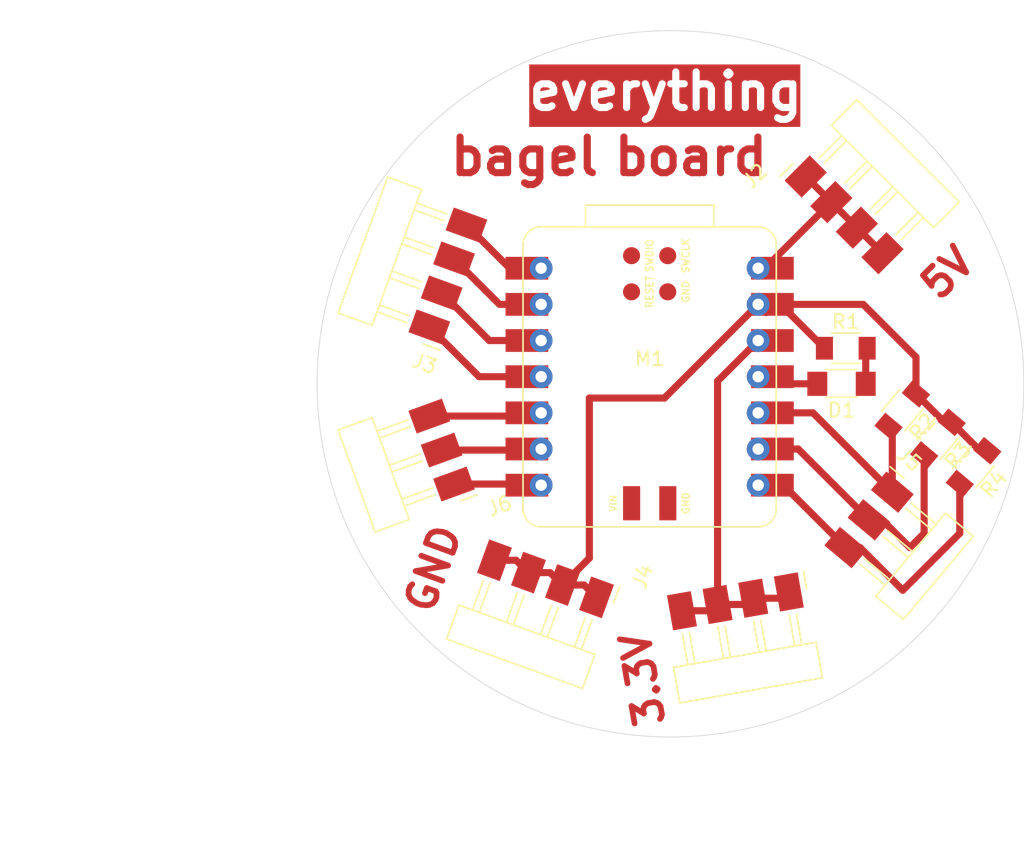
<source format=kicad_pcb>
(kicad_pcb (version 20241229) (generator "pcbnew") (generator_version "9.0")
  (layers (0 "F.Cu" signal) (2 "B.Cu" signal) (13 "F.Paste" user) (15 "B.Paste" user) (5 "F.SilkS" user "F.Silkscreen") (7 "B.SilkS" user "B.Silkscreen") (1 "F.Mask" user) (3 "B.Mask" user) (25 "Edge.Cuts" user))
  (net 0 "")
  (net 1 "Net-(J1-Pin_1)")
  (net 2 "Net-(J2-Pin_1)")
  (net 3 "Net-(J3-Pin_1)")
  (net 4 "Net-(J3-Pin_3)")
  (net 5 "Net-(J3-Pin_2)")
  (net 6 "Net-(J3-Pin_4)")
  (net 7 "Net-(J4-Pin_1)")
  (net 8 "Net-(J5-Pin_1)")
  (net 9 "Net-(J6-Pin_1)")
  (net 10 "Net-(J6-Pin_2)")
  (net 11 "Net-(J6-Pin_3)")
  (net 18 "Net-(J5-Pin_2)")
  (net 19 "Net-(J5-Pin_3)")
  (net 20 "Net-(D1-A)")
  (net 21 "Net-(D1-K)")
  (footprint "fab:R_1206" (layer "F.Cu") (at 155.464181 90.850933 -130)
    (property "Reference" "R2" (at 0 -1.85 50) (layer "F.SilkS"))
    (property "Value" "R_1206")
    (fp_line (start 1 1.07) (end -1 1.07) (stroke (width 0.12)) (layer "F.SilkS"))
    (fp_line (start -1 -1.07) (end 1 -1.07) (stroke (width 0.12)) (layer "F.SilkS"))
    (pad "1" smd rect (at -1.5 0.000001 230) (size 1.2 1.6) (layers "F.Cu" "F.Mask" "F.Paste") (net 7 "Net-(J4-Pin_1)"))
    (pad "2" smd rect (at 1.5 -0.000001 230) (size 1.2 1.6) (layers "F.Cu" "F.Mask" "F.Paste") (net 8 "Net-(J5-Pin_1)"))
  )
  (footprint "fab:LED_1206" (layer "F.Cu") (at 151.2 89 180)
    (property "Reference" "D1" (at 0 -1.85 0) (layer "F.SilkS"))
    (property "Value" "LED_1206")
    (fp_line (start -1.1 1) (end 1.1 1) (stroke (width 0.12)) (layer "F.SilkS"))
    (fp_line (start -1.1 -0.95) (end 1.1 -0.95) (stroke (width 0.12)) (layer "F.SilkS"))
    (pad "1" smd rect (at -1.7 0 180) (size 1.4 1.7) (layers "F.Cu" "F.Mask" "F.Paste") (net 21 "Net-(D1-K)"))
    (pad "2" smd rect (at 1.7 0 180) (size 1.4 1.7) (layers "F.Cu" "F.Mask" "F.Paste") (net 20 "Net-(D1-A)"))
  )
  (footprint "fab:PinHeader_01x04_P2.54mm_Horizontal_SMD" (layer "F.Cu") (at 134 104 -110)
    (property "Reference" "J4" (at -1.524 -2.54 70) (layer "F.SilkS") (effects (justify left)))
    (property "Value" "gndONLY")
    (fp_line (start 6.35 8.89) (end 3.81 8.89) (stroke (width 0.12)) (layer "F.SilkS"))
    (fp_line (start 3.81 8.89) (end 3.809999 -1.27) (stroke (width 0.12)) (layer "F.SilkS"))
    (fp_line (start 3.81 7.874) (end 1.599999 7.873999) (stroke (width 0.12)) (layer "F.SilkS"))
    (fp_line (start 3.809999 7.366001) (end 1.6 7.366) (stroke (width 0.12)) (layer "F.SilkS"))
    (fp_line (start 3.81 5.334) (end 1.6 5.334) (stroke (width 0.12)) (layer "F.SilkS"))
    (fp_line (start 3.809999 4.825999) (end 1.6 4.826) (stroke (width 0.12)) (layer "F.SilkS"))
    (fp_line (start 3.81 2.794) (end 1.6 2.794001) (stroke (width 0.12)) (layer "F.SilkS"))
    (fp_line (start 3.81 2.286) (end 1.600001 2.286) (stroke (width 0.12)) (layer "F.SilkS"))
    (fp_line (start 3.81 0.253999) (end 1.6 0.254) (stroke (width 0.12)) (layer "F.SilkS"))
    (fp_line (start 3.809999 -0.253999) (end 1.6 -0.254) (stroke (width 0.12)) (layer "F.SilkS"))
    (fp_line (start 6.35 -1.27) (end 6.35 8.89) (stroke (width 0.12)) (layer "F.SilkS"))
    (fp_line (start 3.809999 -1.27) (end 6.35 -1.27) (stroke (width 0.12)) (layer "F.SilkS"))
    (fp_line (start -1.269999 -1.270001) (end 0 -1.269999) (stroke (width 0.12)) (layer "F.SilkS"))
    (pad "1" smd rect (at 0 0 250) (size 2.5 1.7) (layers "F.Cu" "F.Mask" "F.Paste") (net 7 "Net-(J4-Pin_1)"))
    (pad "2" smd rect (at -0.000001 2.540001 250) (size 2.5 1.7) (layers "F.Cu" "F.Mask" "F.Paste") (net 7 "Net-(J4-Pin_1)"))
    (pad "3" smd rect (at 0 5.079999 250) (size 2.5 1.7) (layers "F.Cu" "F.Mask" "F.Paste") (net 7 "Net-(J4-Pin_1)"))
    (pad "4" smd rect (at -0.000001 7.619999 250) (size 2.5 1.7) (layers "F.Cu" "F.Mask" "F.Paste") (net 7 "Net-(J4-Pin_1)"))
  )
  (footprint "fab:R_1206" (layer "F.Cu") (at 151.5 86.5)
    (property "Reference" "R1" (at 0 -1.85 0) (layer "F.SilkS"))
    (property "Value" "R_1206")
    (fp_line (start -1 -1.07) (end 1 -1.07) (stroke (width 0.12)) (layer "F.SilkS"))
    (fp_line (start 1 1.07) (end -1 1.07) (stroke (width 0.12)) (layer "F.SilkS"))
    (pad "1" smd rect (at -1.5 0) (size 1.2 1.6) (layers "F.Cu" "F.Mask" "F.Paste") (net 7 "Net-(J4-Pin_1)"))
    (pad "2" smd rect (at 1.5 0) (size 1.2 1.6) (layers "F.Cu" "F.Mask" "F.Paste") (net 21 "Net-(D1-K)"))
  )
  (footprint "fab:PinHeader_01x04_P2.54mm_Horizontal_SMD" (layer "F.Cu") (at 147.502824 103.617867 -80)
    (property "Reference" "J1" (hide yes))
    (property "Value" "PinHeader_01x04_P2.54mm_Horizontal_SMD")
    (fp_line (start 3.81 8.890001) (end 3.81 -1.270001) (stroke (width 0.12)) (layer "F.SilkS"))
    (fp_line (start 6.349999 8.890001) (end 3.81 8.890001) (stroke (width 0.12)) (layer "F.SilkS"))
    (fp_line (start 3.810001 7.874) (end 1.599999 7.874) (stroke (width 0.12)) (layer "F.SilkS"))
    (fp_line (start 3.81 7.366) (end 1.600001 7.365999) (stroke (width 0.12)) (layer "F.SilkS"))
    (fp_line (start 3.81 5.334002) (end 1.6 5.334) (stroke (width 0.12)) (layer "F.SilkS"))
    (fp_line (start 3.809999 4.826) (end 1.599999 4.826001) (stroke (width 0.12)) (layer "F.SilkS"))
    (fp_line (start 3.81 2.794) (end 1.600001 2.793999) (stroke (width 0.12)) (layer "F.SilkS"))
    (fp_line (start 3.81 2.286) (end 1.600001 2.286001) (stroke (width 0.12)) (layer "F.SilkS"))
    (fp_line (start 3.81 0.254) (end 1.599999 0.254) (stroke (width 0.12)) (layer "F.SilkS"))
    (fp_line (start 3.81 -0.253999) (end 1.6 -0.254) (stroke (width 0.12)) (layer "F.SilkS"))
    (fp_line (start -1.27 -1.27) (end -0.000001 -1.269999) (stroke (width 0.12)) (layer "F.SilkS"))
    (fp_line (start 3.81 -1.270001) (end 6.35 -1.27) (stroke (width 0.12)) (layer "F.SilkS"))
    (fp_line (start 6.35 -1.27) (end 6.349999 8.890001) (stroke (width 0.12)) (layer "F.SilkS"))
    (pad "1" smd rect (at 0 0 280) (size 2.5 1.7) (layers "F.Cu" "F.Mask" "F.Paste") (net 1 "Net-(J1-Pin_1)"))
    (pad "2" smd rect (at 0 2.54 280) (size 2.5 1.7) (layers "F.Cu" "F.Mask" "F.Paste") (net 1 "Net-(J1-Pin_1)"))
    (pad "3" smd rect (at 0 5.080001 280) (size 2.5 1.7) (layers "F.Cu" "F.Mask" "F.Paste") (net 1 "Net-(J1-Pin_1)"))
    (pad "4" smd rect (at 0.000001 7.620001 280) (size 2.5 1.7) (layers "F.Cu" "F.Mask" "F.Paste") (net 1 "Net-(J1-Pin_1)"))
  )
  (footprint "fab:PinHeader_01x04_P2.54mm_Horizontal_SMD" (layer "F.Cu") (at 148.686649 74.43934 45)
    (property "Reference" "J2" (at -1.523998 -2.54 45) (layer "F.SilkS") (effects (justify right)))
    (property "Value" "PinHeader_01x04_P2.54mm_Horizontal_SMD" (hide yes))
    (fp_line (start -1.269999 -1.270001) (end 0 -1.270001) (stroke (width 0.12)) (layer "F.SilkS"))
    (fp_line (start 3.809999 -1.270001) (end 6.349999 -1.27) (stroke (width 0.12)) (layer "F.SilkS"))
    (fp_line (start 3.810001 -0.253999) (end 1.599999 -0.254) (stroke (width 0.12)) (layer "F.SilkS"))
    (fp_line (start 3.81 0.254) (end 1.6 0.254) (stroke (width 0.12)) (layer "F.SilkS"))
    (fp_line (start 6.349999 -1.27) (end 6.35 8.89) (stroke (width 0.12)) (layer "F.SilkS"))
    (fp_line (start 3.81 2.286) (end 1.6 2.286) (stroke (width 0.12)) (layer "F.SilkS"))
    (fp_line (start 3.81 2.793999) (end 1.6 2.794) (stroke (width 0.12)) (layer "F.SilkS"))
    (fp_line (start 3.81 4.826) (end 1.6 4.826) (stroke (width 0.12)) (layer "F.SilkS"))
    (fp_line (start 3.81 5.334) (end 1.6 5.334) (stroke (width 0.12)) (layer "F.SilkS"))
    (fp_line (start 3.81 7.366001) (end 1.600001 7.366) (stroke (width 0.12)) (layer "F.SilkS"))
    (fp_line (start 3.81 7.874) (end 1.6 7.873999) (stroke (width 0.12)) (layer "F.SilkS"))
    (fp_line (start 3.81 8.89) (end 3.809999 -1.270001) (stroke (width 0.12)) (layer "F.SilkS"))
    (fp_line (start 6.35 8.89) (end 3.81 8.89) (stroke (width 0.12)) (layer "F.SilkS"))
    (pad "1" smd rect (at 0 0 45) (size 2.5 1.7) (layers "F.Cu" "F.Mask" "F.Paste") (net 2 "Net-(J2-Pin_1)"))
    (pad "2" smd rect (at -0.000001 2.54 45) (size 2.5 1.7) (layers "F.Cu" "F.Mask" "F.Paste") (net 2 "Net-(J2-Pin_1)"))
    (pad "3" smd rect (at 0 5.080001 45) (size 2.5 1.7) (layers "F.Cu" "F.Mask" "F.Paste") (net 2 "Net-(J2-Pin_1)"))
    (pad "4" smd rect (at 0 7.619999 45) (size 2.5 1.7) (layers "F.Cu" "F.Mask" "F.Paste") (net 2 "Net-(J2-Pin_1)"))
  )
  (footprint "fab:SeeedStudio_XIAO_RP2040" (layer "F.Cu") (at 137.73 88.5)
    (property "Reference" "M1" (at 0 -1.27 0) (layer "F.SilkS"))
    (property "Value" "Module_XIAO-RP2040")
    (fp_line (start -8.8875 9.281) (end -8.8875 -9.261) (stroke (width 0.12)) (layer "F.SilkS"))
    (fp_line (start -7.6175 -10.531) (end 7.6225 -10.531) (stroke (width 0.12)) (layer "F.SilkS"))
    (fp_line (start 7.6225 10.551) (end -7.6175 10.551) (stroke (width 0.12)) (layer "F.SilkS"))
    (fp_line (start 8.8925 -9.261) (end 8.8925 9.281) (stroke (width 0.12)) (layer "F.SilkS"))
    (fp_rect (start -4.4975 -10.531) (end 4.5025 -12.055) (stroke (width 0.12)) (fill no) (layer "F.SilkS"))
    (fp_arc (start -8.8875 -9.261) (mid -8.515526 -10.159026) (end -7.6175 -10.531) (stroke (width 0.12)) (layer "F.SilkS"))
    (fp_arc (start -7.6175 10.551) (mid -8.515526 10.179026) (end -8.8875 9.281) (stroke (width 0.12)) (layer "F.SilkS"))
    (fp_arc (start 7.6225 -10.531) (mid 8.520526 -10.159026) (end 8.8925 -9.261) (stroke (width 0.12)) (layer "F.SilkS"))
    (fp_arc (start 8.8925 9.281) (mid 8.520526 10.179026) (end 7.6225 10.551) (stroke (width 0.12)) (layer "F.SilkS"))
    (fp_text user "SWCLK" (at 2.54 -8.5 90) (layer "F.SilkS") (effects (font (size 0.5 0.5) (thickness 0.1) (bold yes))))
    (fp_text user "GND" (at 2.54 -5.96 90) (layer "F.SilkS") (effects (font (size 0.5 0.5) (thickness 0.1) (bold yes))))
    (fp_text user "SWDIO" (at 0 -8.5 90) (layer "F.SilkS") (effects (font (size 0.5 0.5) (thickness 0.1) (bold yes))))
    (fp_text user "VIN" (at -2.535 8.89 90) (layer "F.SilkS") (effects (font (size 0.5 0.5) (thickness 0.1) (bold yes))))
    (fp_text user "RESET" (at 0 -5.96 90) (layer "F.SilkS") (effects (font (size 0.5 0.5) (thickness 0.1) (bold yes))))
    (fp_text user "GND" (at 2.545 8.89 90) (layer "F.SilkS") (effects (font (size 0.5 0.5) (thickness 0.1) (bold yes))))
    (pad "1" thru_hole circle (at -7.615 -7.62) (size 1.6 1.6) (drill 0.8) (layers "*.Cu" "*.Mask") (net 6 "Net-(J3-Pin_4)"))
    (pad "1" smd rect (at -7.615 -7.62) (size 3 1.6) (drill (offset -1 0)) (layers "F.Cu" "F.Mask" "F.Paste") (net 6 "Net-(J3-Pin_4)"))
    (pad "2" thru_hole circle (at -7.615 -5.08) (size 1.6 1.6) (drill 0.8) (layers "*.Cu" "*.Mask") (net 4 "Net-(J3-Pin_3)"))
    (pad "2" smd rect (at -7.615 -5.08) (size 3 1.6) (drill (offset -1 0)) (layers "F.Cu" "F.Mask" "F.Paste") (net 4 "Net-(J3-Pin_3)"))
    (pad "3" thru_hole circle (at -7.615 -2.54) (size 1.6 1.6) (drill 0.8) (layers "*.Cu" "*.Mask") (net 5 "Net-(J3-Pin_2)"))
    (pad "3" smd rect (at -7.615 -2.54) (size 3 1.6) (drill (offset -1 0)) (layers "F.Cu" "F.Mask" "F.Paste") (net 5 "Net-(J3-Pin_2)"))
    (pad "4" thru_hole circle (at -7.615 0) (size 1.6 1.6) (drill 0.8) (layers "*.Cu" "*.Mask") (net 3 "Net-(J3-Pin_1)"))
    (pad "4" smd rect (at -7.615 0) (size 3 1.6) (drill (offset -1 0)) (layers "F.Cu" "F.Mask" "F.Paste") (net 3 "Net-(J3-Pin_1)"))
    (pad "5" thru_hole circle (at -7.615 2.54) (size 1.6 1.6) (drill 0.8) (layers "*.Cu" "*.Mask") (net 11 "Net-(J6-Pin_3)"))
    (pad "5" smd rect (at -7.615 2.54) (size 3 1.6) (drill (offset -1 0)) (layers "F.Cu" "F.Mask" "F.Paste") (net 11 "Net-(J6-Pin_3)"))
    (pad "6" thru_hole circle (at -7.615 5.08) (size 1.6 1.6) (drill 0.8) (layers "*.Cu" "*.Mask") (net 10 "Net-(J6-Pin_2)"))
    (pad "6" smd rect (at -7.615 5.08) (size 3 1.6) (drill (offset -1 0)) (layers "F.Cu" "F.Mask" "F.Paste") (net 10 "Net-(J6-Pin_2)"))
    (pad "7" thru_hole circle (at -7.615 7.62) (size 1.6 1.6) (drill 0.8) (layers "*.Cu" "*.Mask") (net 9 "Net-(J6-Pin_1)"))
    (pad "7" smd rect (at -7.615 7.62) (size 3 1.6) (drill (offset -1 0)) (layers "F.Cu" "F.Mask" "F.Paste") (net 9 "Net-(J6-Pin_1)"))
    (pad "8" thru_hole circle (at 7.62 7.62) (size 1.6 1.6) (drill 0.8) (layers "*.Cu" "*.Mask") (net 19 "Net-(J5-Pin_3)"))
    (pad "8" smd rect (at 7.62 7.62) (size 3 1.6) (drill (offset 1 0)) (layers "F.Cu" "F.Mask" "F.Paste") (net 19 "Net-(J5-Pin_3)"))
    (pad "9" thru_hole circle (at 7.62 5.08) (size 1.6 1.6) (drill 0.8) (layers "*.Cu" "*.Mask") (net 18 "Net-(J5-Pin_2)"))
    (pad "9" smd rect (at 7.62 5.08) (size 3 1.6) (drill (offset 1 0)) (layers "F.Cu" "F.Mask" "F.Paste") (net 18 "Net-(J5-Pin_2)"))
    (pad "10" thru_hole circle (at 7.62 2.54) (size 1.6 1.6) (drill 0.8) (layers "*.Cu" "*.Mask") (net 8 "Net-(J5-Pin_1)"))
    (pad "10" smd rect (at 7.62 2.54) (size 3 1.6) (drill (offset 1 0)) (layers "F.Cu" "F.Mask" "F.Paste") (net 8 "Net-(J5-Pin_1)"))
    (pad "11" thru_hole circle (at 7.62 0) (size 1.6 1.6) (drill 0.8) (layers "*.Cu" "*.Mask") (net 20 "Net-(D1-A)"))
    (pad "11" smd rect (at 7.62 0) (size 3 1.6) (drill (offset 1 0)) (layers "F.Cu" "F.Mask" "F.Paste") (net 20 "Net-(D1-A)"))
    (pad "12" thru_hole circle (at 7.62 -2.54) (size 1.6 1.6) (drill 0.8) (layers "*.Cu" "*.Mask") (net 1 "Net-(J1-Pin_1)"))
    (pad "12" smd rect (at 7.62 -2.54) (size 3 1.6) (drill (offset 1 0)) (layers "F.Cu" "F.Mask" "F.Paste") (net 1 "Net-(J1-Pin_1)"))
    (pad "13" thru_hole circle (at 7.62 -5.08) (size 1.6 1.6) (drill 0.8) (layers "*.Cu" "*.Mask") (net 7 "Net-(J4-Pin_1)"))
    (pad "13" smd rect (at 7.62 -5.08) (size 3 1.6) (drill (offset 1 0)) (layers "F.Cu" "F.Mask" "F.Paste") (net 7 "Net-(J4-Pin_1)"))
    (pad "14" thru_hole circle (at 7.62 -7.62) (size 1.6 1.6) (drill 0.8) (layers "*.Cu" "*.Mask") (net 2 "Net-(J2-Pin_1)"))
    (pad "14" smd rect (at 7.62 -7.62) (size 3 1.6) (drill (offset 1 0)) (layers "F.Cu" "F.Mask" "F.Paste") (net 2 "Net-(J2-Pin_1)"))
    (pad "15" smd rect (at 1.275 8.89 270) (size 2.4 1.2) (layers "F.Cu" "F.Mask" "F.Paste"))
    (pad "16" smd rect (at -1.265 8.89 270) (size 2.4 1.2) (layers "F.Cu" "F.Mask" "F.Paste"))
    (pad "17" smd circle (at -1.27 -8.5) (size 1.2 1.2) (layers "F.Cu" "F.Mask" "F.Paste"))
    (pad "18" smd circle (at -1.27 -5.96) (size 1.2 1.2) (layers "F.Cu" "F.Mask" "F.Paste"))
    (pad "19" smd circle (at 1.27 -5.96) (size 1.2 1.2) (layers "F.Cu" "F.Mask" "F.Paste"))
    (pad "20" smd circle (at 1.27 -8.5) (size 1.2 1.2) (layers "F.Cu" "F.Mask" "F.Paste"))
  )
  (footprint "fab:R_1206" (layer "F.Cu") (at 157.964181 92.850933 -130)
    (property "Reference" "R3" (at 0 -1.85 50) (layer "F.SilkS"))
    (property "Value" "R_1206")
    (fp_line (start 1 1.07) (end -1 1.07) (stroke (width 0.12)) (layer "F.SilkS"))
    (fp_line (start -1 -1.07) (end 1 -1.07) (stroke (width 0.12)) (layer "F.SilkS"))
    (pad "1" smd rect (at -1.5 0.000001 230) (size 1.2 1.6) (layers "F.Cu" "F.Mask" "F.Paste") (net 7 "Net-(J4-Pin_1)"))
    (pad "2" smd rect (at 1.5 -0.000001 230) (size 1.2 1.6) (layers "F.Cu" "F.Mask" "F.Paste") (net 18 "Net-(J5-Pin_2)"))
  )
  (footprint "fab:PinHeader_01x03_P2.54mm_Horizontal_SMD" (layer "F.Cu") (at 154.76536 96.608494 -40)
    (property "Reference" "J5" (at -1.524 -2.539999 140) (layer "F.SilkS") (effects (justify left)))
    (property "Value" "PinHeader_01x03_P2.54mm_Horizontal_SMD" (hide yes))
    (fp_line (start 3.81 6.35) (end 3.810001 -1.27) (stroke (width 0.12)) (layer "F.SilkS"))
    (fp_line (start 3.81 5.334002) (end 1.5 5.334001) (stroke (width 0.12)) (layer "F.SilkS"))
    (fp_line (start 3.810001 4.826) (end 1.5 4.826001) (stroke (width 0.12)) (layer "F.SilkS"))
    (fp_line (start -1.269999 -1.27) (end 0.000001 -1.27) (stroke (width 0.12)) (layer "F.SilkS"))
    (fp_line (start 6.35 6.35) (end 3.81 6.35) (stroke (width 0.12)) (layer "F.SilkS"))
    (fp_line (start 3.81 2.794) (end 1.5 2.794) (stroke (width 0.12)) (layer "F.SilkS"))
    (fp_line (start 3.810001 2.286) (end 1.5 2.286) (stroke (width 0.12)) (layer "F.SilkS"))
    (fp_line (start 3.810001 0.253999) (end 1.5 0.253999) (stroke (width 0.12)) (layer "F.SilkS"))
    (fp_line (start 3.81 -0.253999) (end 1.499999 -0.254) (stroke (width 0.12)) (layer "F.SilkS"))
    (fp_line (start 3.810001 -1.27) (end 6.35 -1.27) (stroke (width 0.12)) (layer "F.SilkS"))
    (fp_line (start 6.35 -1.27) (end 6.35 6.35) (stroke (width 0.12)) (layer "F.SilkS"))
    (pad "1" smd rect (at 0 0 320) (size 2.5 1.7) (layers "F.Cu" "F.Mask" "F.Paste") (net 8 "Net-(J5-Pin_1)"))
    (pad "2" smd rect (at 0 2.54 320) (size 2.5 1.7) (layers "F.Cu" "F.Mask" "F.Paste") (net 18 "Net-(J5-Pin_2)"))
    (pad "3" smd rect (at 0.000001 5.079999 320) (size 2.5 1.7) (layers "F.Cu" "F.Mask" "F.Paste") (net 19 "Net-(J5-Pin_3)"))
  )
  (footprint "fab:PinHeader_01x03_P2.54mm_Horizontal_SMD" (layer "F.Cu") (at 124 96.04 -160)
    (property "Reference" "J6" (at -1.524 -2.540001 20) (layer "F.SilkS") (effects (justify left)))
    (property "Value" "PinHeader_01x03_P2.54mm_Horizontal_SMD")
    (fp_line (start 6.35 6.35) (end 3.81 6.35) (stroke (width 0.12)) (layer "F.SilkS"))
    (fp_line (start 3.81 6.35) (end 3.81 -1.27) (stroke (width 0.12)) (layer "F.SilkS"))
    (fp_line (start 6.350001 -1.27) (end 6.35 6.35) (stroke (width 0.12)) (layer "F.SilkS"))
    (fp_line (start 3.81 5.334) (end 1.5 5.334) (stroke (width 0.12)) (layer "F.SilkS"))
    (fp_line (start 3.81 4.826) (end 1.5 4.826) (stroke (width 0.12)) (layer "F.SilkS"))
    (fp_line (start 3.81 2.794) (end 1.5 2.794) (stroke (width 0.12)) (layer "F.SilkS"))
    (fp_line (start 3.81 2.286) (end 1.5 2.286) (stroke (width 0.12)) (layer "F.SilkS"))
    (fp_line (start 3.81 0.254) (end 1.5 0.254) (stroke (width 0.12)) (layer "F.SilkS"))
    (fp_line (start 3.81 -0.254) (end 1.5 -0.254) (stroke (width 0.12)) (layer "F.SilkS"))
    (fp_line (start 3.81 -1.27) (end 6.350001 -1.27) (stroke (width 0.12)) (layer "F.SilkS"))
    (fp_line (start -1.27 -1.27) (end 0 -1.27) (stroke (width 0.12)) (layer "F.SilkS"))
    (pad "1" smd rect (at 0 0 200) (size 2.5 1.7) (layers "F.Cu" "F.Mask" "F.Paste") (net 9 "Net-(J6-Pin_1)"))
    (pad "2" smd rect (at 0 2.54 200) (size 2.5 1.7) (layers "F.Cu" "F.Mask" "F.Paste") (net 10 "Net-(J6-Pin_2)"))
    (pad "3" smd rect (at 0 5.08 200) (size 2.5 1.7) (layers "F.Cu" "F.Mask" "F.Paste") (net 11 "Net-(J6-Pin_3)"))
  )
  (footprint "fab:R_1206" (layer "F.Cu") (at 160.464182 94.850932 -130)
    (property "Reference" "R4" (at 0 -1.85 50) (layer "F.SilkS"))
    (property "Value" "R_1206")
    (fp_line (start 0.999999 1.07) (end -1 1.07) (stroke (width 0.12)) (layer "F.SilkS"))
    (fp_line (start -0.999999 -1.07) (end 1 -1.07) (stroke (width 0.12)) (layer "F.SilkS"))
    (pad "1" smd rect (at -1.500001 0 230) (size 1.2 1.6) (layers "F.Cu" "F.Mask" "F.Paste") (net 7 "Net-(J4-Pin_1)"))
    (pad "2" smd rect (at 1.500001 0 230) (size 1.2 1.6) (layers "F.Cu" "F.Mask" "F.Paste") (net 19 "Net-(J5-Pin_3)"))
  )
  (footprint "fab:PinHeader_01x04_P2.54mm_Horizontal_SMD" (layer "F.Cu") (at 122.262537 85.002823 160)
    (property "Reference" "J3" (at -1.523999 -2.539999 160) (layer "F.SilkS") (effects (justify right)))
    (property "Value" "PinHeader_01x04_P2.54mm_Horizontal_SMD")
    (fp_line (start 6.35 -1.27) (end 6.35 8.89) (stroke (width 0.12)) (layer "F.SilkS"))
    (fp_line (start 3.81 -1.27) (end 6.35 -1.27) (stroke (width 0.12)) (layer "F.SilkS"))
    (fp_line (start 3.81 -0.254001) (end 1.6 -0.253999) (stroke (width 0.12)) (layer "F.SilkS"))
    (fp_line (start 3.81 0.253999) (end 1.6 0.254) (stroke (width 0.12)) (layer "F.SilkS"))
    (fp_line (start 6.35 8.89) (end 3.81 8.890001) (stroke (width 0.12)) (layer "F.SilkS"))
    (fp_line (start 3.81 2.286) (end 1.600001 2.285999) (stroke (width 0.12)) (layer "F.SilkS"))
    (fp_line (start 3.81 2.794) (end 1.6 2.794001) (stroke (width 0.12)) (layer "F.SilkS"))
    (fp_line (start 3.809998 4.825999) (end 1.6 4.825999) (stroke (width 0.12)) (layer "F.SilkS"))
    (fp_line (start 3.81 5.334) (end 1.599999 5.334) (stroke (width 0.12)) (layer "F.SilkS"))
    (fp_line (start 3.809999 7.366001) (end 1.6 7.366) (stroke (width 0.12)) (layer "F.SilkS"))
    (fp_line (start 3.81 7.874001) (end 1.6 7.874) (stroke (width 0.12)) (layer "F.SilkS"))
    (fp_line (start 3.81 8.890001) (end 3.81 -1.27) (stroke (width 0.12)) (layer "F.SilkS"))
    (fp_line (start -1.27 -1.27) (end -0.000001 -1.27) (stroke (width 0.12)) (layer "F.SilkS"))
    (pad "1" smd rect (at 0 0 160) (size 2.5 1.7) (layers "F.Cu" "F.Mask" "F.Paste") (net 3 "Net-(J3-Pin_1)"))
    (pad "2" smd rect (at 0 2.540001 160) (size 2.5 1.7) (layers "F.Cu" "F.Mask" "F.Paste") (net 5 "Net-(J3-Pin_2)"))
    (pad "3" smd rect (at -0.000001 5.08 160) (size 2.5 1.7) (layers "F.Cu" "F.Mask" "F.Paste") (net 4 "Net-(J3-Pin_3)"))
    (pad "4" smd rect (at 0.000001 7.62 160) (size 2.5 1.7) (layers "F.Cu" "F.Mask" "F.Paste") (net 6 "Net-(J3-Pin_4)"))
  )
  (gr_circle (center 139.194437 89) (end 160.620261 76.5) (stroke (width 0.05)) (fill no) (layer "Edge.Cuts"))
  (gr_text "everything" (at 129 67 0) (layer "F.Cu" knockout) (effects (font (size 2.5 2.5) (thickness 0.5) (bold yes)) (justify left top)))
  (gr_text "3.3V" (at 139 113 100) (layer "F.Cu") (effects (font (size 2 2) (thickness 0.4) (bold yes)) (justify left bottom)))
  (gr_text "board" (at 135 74.5 0) (layer "F.Cu") (effects (font (size 2.5 2.5) (thickness 0.5) (bold yes)) (justify left bottom)))
  (gr_text "bagel" (at 123.5 74.5 0) (layer "F.Cu") (effects (font (size 2.5 2.5) (thickness 0.5) (bold yes)) (justify left bottom)))
  (gr_text "\n" (at 123 73.5 25) (layer "F.Cu") (effects (font (size 1.5 2) (thickness 0.3) (bold yes)) (justify left bottom)))
  (gr_text "GND" (at 122.5 105.5 70) (layer "F.Cu") (effects (font (size 2 2) (thickness 0.4) (bold yes)) (justify left bottom)))
  (gr_text "5V" (at 158 83.5 45) (layer "F.Cu") (effects (font (size 2 2) (thickness 0.4) (bold yes)) (justify left bottom)))
  (segment (start 144.560345 104.5) (end 145.001412 104.058933) (width 0.5) (layer "F.Cu") (net 1))
  (segment (start 145.001412 104.058933) (end 147.061758 104.058933) (width 0.5) (layer "F.Cu") (net 1))
  (segment (start 142.058933 104.941067) (end 142.5 104.5) (width 0.5) (layer "F.Cu") (net 1))
  (segment (start 142.5 88.81) (end 142.5 104.5) (width 0.5) (layer "F.Cu") (net 1))
  (segment (start 147.061758 104.058933) (end 147.502824 103.617867) (width 0.5) (layer "F.Cu") (net 1))
  (segment (start 139.998588 104.941067) (end 142.058933 104.941067) (width 0.5) (layer "F.Cu") (net 1))
  (segment (start 142.5 104.5) (end 144.560345 104.5) (width 0.5) (layer "F.Cu") (net 1))
  (segment (start 145.35 85.96) (end 142.5 88.81) (width 0.5) (layer "F.Cu") (net 1))
  (segment (start 148.686649 74.43934) (end 154.074802 79.827493) (width 0.5) (layer "F.Cu") (net 2))
  (segment (start 150.482699 76.235392) (end 145.838091 80.88) (width 0.5) (layer "F.Cu") (net 2))
  (segment (start 145.838091 80.88) (end 145.35 80.88) (width 0.5) (layer "F.Cu") (net 2))
  (segment (start 122.262537 85.002823) (end 125.759714 88.5) (width 0.5) (layer "F.Cu") (net 3))
  (segment (start 125.759714 88.5) (end 130.115 88.5) (width 0.5) (layer "F.Cu") (net 3))
  (segment (start 124 80.229185) (end 127.190815 83.42) (width 0.5) (layer "F.Cu") (net 4))
  (segment (start 127.190815 83.42) (end 130.115 83.42) (width 0.5) (layer "F.Cu") (net 4))
  (segment (start 126.475265 85.96) (end 130.115 85.96) (width 0.5) (layer "F.Cu") (net 5))
  (segment (start 123.131268 82.616003) (end 126.475265 85.96) (width 0.5) (layer "F.Cu") (net 5))
  (segment (start 124.86873 77.842365) (end 127.906365 80.88) (width 0.5) (layer "F.Cu") (net 6))
  (segment (start 127.906365 80.88) (end 130.115 80.88) (width 0.5) (layer "F.Cu") (net 6))
  (segment (start 150 86.5) (end 146.92 83.42) (width 0.5) (layer "F.Cu") (net 7))
  (segment (start 156.428362 87.126362) (end 152.722 83.42) (width 0.5) (layer "F.Cu") (net 7))
  (segment (start 133.5 90) (end 133.5 101.244448) (width 0.5) (layer "F.Cu") (net 7))
  (segment (start 128.35763 101.393806) (end 129.226362 102.262538) (width 0.5) (layer "F.Cu") (net 7))
  (segment (start 131.61318 103.131268) (end 133.131268 103.131268) (width 0.5) (layer "F.Cu") (net 7))
  (segment (start 145.35 83.42) (end 138.77 90) (width 0.5) (layer "F.Cu") (net 7))
  (segment (start 146.92 83.42) (end 145.35 83.42) (width 0.5) (layer "F.Cu") (net 7))
  (segment (start 156.428362 89.701866) (end 156.428362 87.126362) (width 0.5) (layer "F.Cu") (net 7))
  (segment (start 152.722 83.42) (end 145.35 83.42) (width 0.5) (layer "F.Cu") (net 7))
  (segment (start 133.5 101.244448) (end 131.61318 103.131268) (width 0.5) (layer "F.Cu") (net 7))
  (segment (start 160.92836 93.701864) (end 158.928362 91.701866) (width 0.5) (layer "F.Cu") (net 7))
  (segment (start 158.428362 91.701866) (end 156.428362 89.701866) (width 0.5) (layer "F.Cu") (net 7))
  (segment (start 129.226362 102.262538) (end 130.74445 102.262538) (width 0.5) (layer "F.Cu") (net 7))
  (segment (start 130.74445 102.262538) (end 131.61318 103.131268) (width 0.5) (layer "F.Cu") (net 7))
  (segment (start 133.131268 103.131268) (end 134 104) (width 0.5) (layer "F.Cu") (net 7))
  (segment (start 145.35 83.42) (end 145.93 84) (width 0.5) (layer "F.Cu") (net 7))
  (segment (start 161.428364 93.701864) (end 160.92836 93.701864) (width 0.5) (layer "F.Cu") (net 7))
  (segment (start 158.928362 91.701866) (end 158.428362 91.701866) (width 0.5) (layer "F.Cu") (net 7))
  (segment (start 126.839543 101.393806) (end 128.35763 101.393806) (width 0.5) (layer "F.Cu") (net 7))
  (segment (start 138.77 90) (end 133.5 90) (width 0.5) (layer "F.Cu") (net 7))
  (segment (start 145.35 83.42) (end 147.42 83.42) (width 0.5) (layer "F.Cu") (net 7))
  (segment (start 145.35 91.04) (end 149.196866 91.04) (width 0.5) (layer "F.Cu") (net 8))
  (segment (start 154.76536 96.608494) (end 154.76536 92.26536) (width 0.5) (layer "F.Cu") (net 8))
  (segment (start 149.196866 91.04) (end 154.76536 96.608494) (width 0.5) (layer "F.Cu") (net 8))
  (segment (start 154.76536 92.26536) (end 154.5 92) (width 0.5) (layer "F.Cu") (net 8))
  (segment (start 130.035 96.04) (end 130.115 96.12) (width 0.5) (layer "F.Cu") (net 9))
  (segment (start 124 96.04) (end 130.035 96.04) (width 0.5) (layer "F.Cu") (net 9))
  (segment (start 123.131269 93.653181) (end 130.041819 93.653181) (width 0.5) (layer "F.Cu") (net 10))
  (segment (start 130.041819 93.653181) (end 130.115 93.58) (width 0.5) (layer "F.Cu") (net 10))
  (segment (start 122.262538 91.266361) (end 129.888639 91.266361) (width 0.5) (layer "F.Cu") (net 11))
  (segment (start 129.888639 91.266361) (end 130.115 91.04) (width 0.5) (layer "F.Cu") (net 11))
  (segment (start 153.132679 98.554247) (end 153.186926 98.5) (width 0.5) (layer "F.Cu") (net 18))
  (segment (start 148.158432 93.58) (end 153.132679 98.554247) (width 0.5) (layer "F.Cu") (net 18))
  (segment (start 154 98.5) (end 156 100.5) (width 0.5) (layer "F.Cu") (net 18))
  (segment (start 156 100.5) (end 157 99.5) (width 0.5) (layer "F.Cu") (net 18))
  (segment (start 145.35 93.58) (end 148.158432 93.58) (width 0.5) (layer "F.Cu") (net 18))
  (segment (start 153.186926 98.5) (end 154 98.5) (width 0.5) (layer "F.Cu") (net 18))
  (segment (start 157 99.5) (end 157 94) (width 0.5) (layer "F.Cu") (net 18))
  (segment (start 155.5 103.5) (end 159.5 99.5) (width 0.5) (layer "F.Cu") (net 19))
  (segment (start 145.35 96.12) (end 147.12 96.12) (width 0.5) (layer "F.Cu") (net 19))
  (segment (start 151.5 100.5) (end 152.5 100.5) (width 0.5) (layer "F.Cu") (net 19))
  (segment (start 159.5 99.5) (end 159.5 96) (width 0.5) (layer "F.Cu") (net 19))
  (segment (start 147.12 96.12) (end 151.5 100.5) (width 0.5) (layer "F.Cu") (net 19))
  (segment (start 152.5 100.5) (end 155.5 103.5) (width 0.5) (layer "F.Cu") (net 19))
  (segment (start 149.5 89) (end 145.85 89) (width 0.5) (layer "F.Cu") (net 20))
  (segment (start 145.85 89) (end 145.35 88.5) (width 0.5) (layer "F.Cu") (net 20))
  (segment (start 152.9 86.6) (end 153 86.5) (width 0.5) (layer "F.Cu") (net 21))
  (segment (start 152.9 89) (end 152.9 86.6) (width 0.5) (layer "F.Cu") (net 21))
)
</source>
